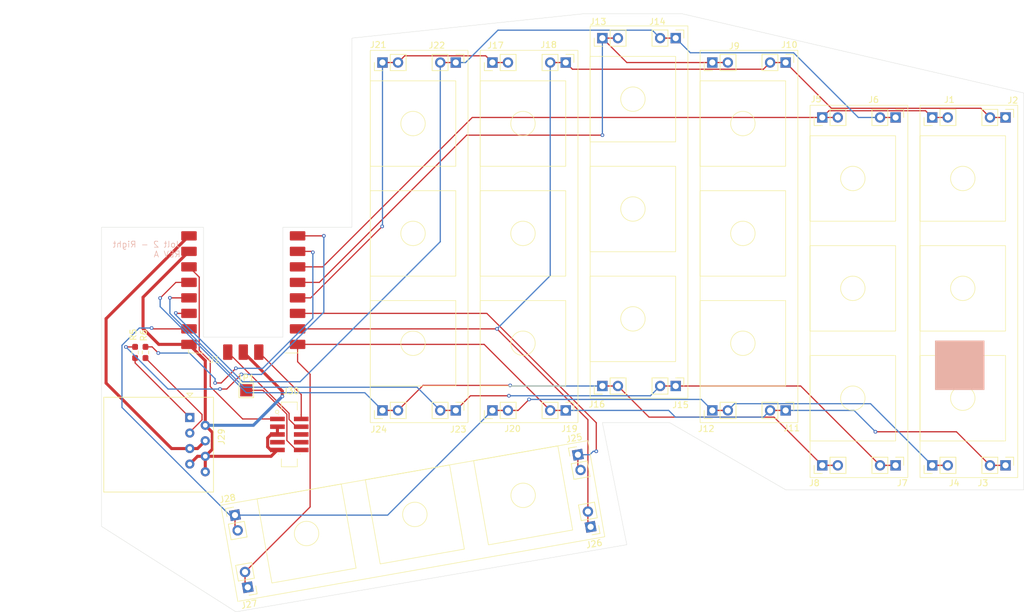
<source format=kicad_pcb>
(kicad_pcb (version 20240108) (generator "pcbnew") (generator_version "8.0")
  (layers (0 "F.Cu" signal) (31 "B.Cu" signal) (34 "B.Paste" user) (35 "F.Paste" user) (36 "B.SilkS" user "B.Silkscreen") (37 "F.SilkS" user "F.Silkscreen") (38 "B.Mask" user) (39 "F.Mask" user) (44 "Edge.Cuts" user))
  (net 0 "")
  (net 1 "/COL-A")
  (net 2 "/ROW-A")
  (net 3 "/ROW-B")
  (net 4 "/ROW-C")
  (net 5 "/ROW-D")
  (net 6 "/ROW-E")
  (net 7 "/ROW-F")
  (net 8 "/COL-B")
  (net 9 "/COL-C")
  (net 10 "/COL-D")
  (net 11 "SERRX")
  (net 12 "SERTX")
  (net 13 "RUN")
  (net 14 "VBUS")
  (net 15 "GND")
  (net 16 "+3.3V")
  (net 17 "Net-(R5-Pad1)")
  (net 18 "Net-(R6-Pad1)")
  (net 19 "SWDIO")
  (net 20 "SWCLK")
  (footprint "davidb-keyboard-foot:Pimoroni-Tiny2040" (layer "F.Cu") (at 37.21 113.29)
    (property "Reference" "U1" (at -4.8 11.4 0) (layer "F.SilkS") (effects (font (thickness 0.1))))
    (property "Value" "~")
    (pad "0" smd roundrect (at 8.89 -8.89) (size 2.54 1.524) (layers "F.Cu" "F.Paste" "F.Mask") (roundrect_rratio 0.1) (net 17 "Net-(R5-Pad1)"))
    (pad "1" smd roundrect (at 8.89 -6.35) (size 2.54 1.524) (layers "F.Cu" "F.Paste" "F.Mask") (roundrect_rratio 0.1) (net 18 "Net-(R6-Pad1)"))
    (pad "2" smd roundrect (at 8.89 -3.81) (size 2.54 1.524) (layers "F.Cu" "F.Paste" "F.Mask") (roundrect_rratio 0.1) (net 1 "/COL-A"))
    (pad "3" smd roundrect (at 8.89 -1.27) (size 2.54 1.524) (layers "F.Cu" "F.Paste" "F.Mask") (roundrect_rratio 0.1) (net 8 "/COL-B"))
    (pad "3V" smd roundrect (at -8.89 -3.81) (size 2.54 1.524) (layers "F.Cu" "F.Paste" "F.Mask") (roundrect_rratio 0.1) (net 16 "+3.3V"))
    (pad "4" smd roundrect (at 8.89 1.27) (size 2.54 1.524) (layers "F.Cu" "F.Paste" "F.Mask") (roundrect_rratio 0.1) (net 9 "/COL-C"))
    (pad "5" smd roundrect (at 8.89 3.81) (size 2.54 1.524) (layers "F.Cu" "F.Paste" "F.Mask") (roundrect_rratio 0.1) (net 10 "/COL-D"))
    (pad "5V" smd roundrect (at -8.89 -8.89) (size 2.54 1.524) (layers "F.Cu" "F.Paste" "F.Mask") (roundrect_rratio 0.1) (net 14 "VBUS"))
    (pad "6" smd roundrect (at 8.89 6.35) (size 2.54 1.524) (layers "F.Cu" "F.Paste" "F.Mask") (roundrect_rratio 0.1) (net 2 "/ROW-A"))
    (pad "7" smd roundrect (at 8.89 8.89) (size 2.54 1.524) (layers "F.Cu" "F.Paste" "F.Mask") (roundrect_rratio 0.1) (net 3 "/ROW-B"))
    (pad "A0" smd roundrect (at -8.89 6.35) (size 2.54 1.524) (layers "F.Cu" "F.Paste" "F.Mask") (roundrect_rratio 0.1) (net 4 "/ROW-C"))
    (pad "A1" smd roundrect (at -8.89 3.81) (size 2.54 1.524) (layers "F.Cu" "F.Paste" "F.Mask") (roundrect_rratio 0.1) (net 5 "/ROW-D"))
    (pad "A2" smd roundrect (at -8.89 1.27) (size 2.54 1.524) (layers "F.Cu" "F.Paste" "F.Mask") (roundrect_rratio 0.1) (net 6 "/ROW-E"))
    (pad "A3" smd roundrect (at -8.89 -1.27) (size 2.54 1.524) (layers "F.Cu" "F.Paste" "F.Mask") (roundrect_rratio 0.1) (net 7 "/ROW-F"))
    (pad "GND1" smd roundrect (at -8.89 -6.35) (size 2.54 1.524) (layers "F.Cu" "F.Paste" "F.Mask") (roundrect_rratio 0.1) (net 15 "GND"))
    (pad "GND2" smd roundrect (at -8.89 8.89) (size 2.54 1.524) (layers "F.Cu" "F.Paste" "F.Mask") (roundrect_rratio 0.1) (net 15 "GND"))
    (pad "GND3" smd roundrect (at 0 10.16 90) (size 2.54 1.524) (layers "F.Cu" "F.Paste" "F.Mask") (roundrect_rratio 0.1) (net 15 "GND"))
    (pad "SWC" smd roundrect (at -2.54 10.16 90) (size 2.54 1.524) (layers "F.Cu" "F.Paste" "F.Mask") (roundrect_rratio 0.1) (net 20 "SWCLK"))
    (pad "SWD" smd roundrect (at 2.54 10.16 90) (size 2.54 1.524) (layers "F.Cu" "F.Paste" "F.Mask") (roundrect_rratio 0.1) (net 19 "SWDIO"))
  )
  (footprint "Connector_PinHeader_2.54mm:PinHeader_1x02_P2.54mm_Vertical" (layer "F.Cu") (at 96 72 90)
    (property "Reference" "J13" (at 2.7 -0.7 180) (layer "F.SilkS"))
    (property "Value" "Conn_01x02_Pin")
    (pad "1" thru_hole rect (at 0 0 90) (size 1.7 1.7) (drill 1) (layers "*.Cu" "*.Mask") (net 8 "/COL-B"))
    (pad "2" thru_hole oval (at 0 2.54 90) (size 1.7 1.7) (drill 1) (layers "*.Cu" "*.Mask") (net 8 "/COL-B"))
  )
  (footprint "Connector_PinHeader_2.54mm:PinHeader_1x02_P2.54mm_Vertical" (layer "F.Cu") (at 78 133 90)
    (property "Reference" "J20" (at -3 3.3 180) (layer "F.SilkS"))
    (property "Value" "Conn_01x02_Pin")
    (pad "1" thru_hole rect (at 0 0 90) (size 1.7 1.7) (drill 1) (layers "*.Cu" "*.Mask") (net 4 "/ROW-C"))
    (pad "2" thru_hole oval (at 0 2.54 90) (size 1.7 1.7) (drill 1) (layers "*.Cu" "*.Mask") (net 4 "/ROW-C"))
  )
  (footprint "Connector_PinHeader_2.54mm:PinHeader_1x02_P2.54mm_Vertical" (layer "F.Cu") (at 126 76 -90)
    (property "Reference" "J10" (at -2.9 -0.6 180) (layer "F.SilkS"))
    (property "Value" "Conn_01x02_Pin")
    (pad "1" thru_hole rect (at 0 0 270) (size 1.7 1.7) (drill 1) (layers "*.Cu" "*.Mask") (net 2 "/ROW-A"))
    (pad "2" thru_hole oval (at 0 2.54 270) (size 1.7 1.7) (drill 1) (layers "*.Cu" "*.Mask") (net 2 "/ROW-A"))
  )
  (footprint "Connector_PinHeader_2.54mm:PinHeader_1x02_P2.54mm_Vertical" (layer "F.Cu") (at 91.987873 140.258309 10)
    (property "Reference" "J25" (at -0.135557 -2.779198 10) (layer "F.SilkS"))
    (property "Value" "Conn_01x02_Pin")
    (pad "1" thru_hole rect (at 0 0 10) (size 1.7 1.7) (drill 1) (layers "*.Cu" "*.Mask") (net 10 "/COL-D"))
    (pad "2" thru_hole oval (at 0.000001 2.54 10) (size 1.7 1.7) (drill 1) (layers "*.Cu" "*.Mask") (net 10 "/COL-D"))
  )
  (footprint "Resistor_SMD:R_0603_1608Metric_Pad0.98x0.95mm_HandSolder" (layer "F.Cu") (at 19.5 123.5 -90)
    (property "Reference" "R5" (at -2.9 0.3 90) (layer "F.SilkS"))
    (property "Value" "27")
    (pad "1" smd roundrect (at -0.9125 0 270) (size 0.975 0.95) (layers "F.Cu" "F.Paste" "F.Mask") (net 17 "Net-(R5-Pad1)"))
    (pad "2" smd roundrect (at 0.9125 0 270) (size 0.975 0.95) (layers "F.Cu" "F.Paste" "F.Mask") (net 12 "SERTX"))
  )
  (footprint "Connector_PinHeader_2.54mm:PinHeader_1x02_P2.54mm_Vertical" (layer "F.Cu") (at 132 85 90)
    (property "Reference" "J5" (at 3 -1 180) (layer "F.SilkS"))
    (property "Value" "Conn_01x02_Pin")
    (pad "1" thru_hole rect (at 0 0 90) (size 1.7 1.7) (drill 1) (layers "*.Cu" "*.Mask") (net 1 "/COL-A"))
    (pad "2" thru_hole oval (at 0 2.54 90) (size 1.7 1.7) (drill 1) (layers "*.Cu" "*.Mask") (net 1 "/COL-A"))
  )
  (footprint "Connector_RJ:RJ45_Amphenol_54602-x08_Horizontal" (layer "F.Cu") (at 28.45 134.17 -90)
    (property "Reference" "J29" (at 3.145 -5.2 90) (layer "F.SilkS"))
    (property "Value" "RJ45")
    (pad "" np_thru_hole circle (at -1.27 6.35 270) (size 3.2 3.2) (drill 3.2) (layers "*.Cu" "*.Mask"))
    (pad "" np_thru_hole circle (at 10.16 6.35 270) (size 3.2 3.2) (drill 3.2) (layers "*.Cu" "*.Mask"))
    (pad "1" thru_hole rect (at 0 0 270) (size 1.5 1.5) (drill 0.76) (layers "*.Cu" "*.Mask") (net 12 "SERTX"))
    (pad "2" thru_hole circle (at 1.27 -2.54 270) (size 1.5 1.5) (drill 0.76) (layers "*.Cu" "*.Mask") (net 15 "GND"))
    (pad "3" thru_hole circle (at 2.54 0 270) (size 1.5 1.5) (drill 0.76) (layers "*.Cu" "*.Mask") (net 11 "SERRX"))
    (pad "4" thru_hole circle (at 3.81 -2.54 270) (size 1.5 1.5) (drill 0.76) (layers "*.Cu" "*.Mask") (net 14 "VBUS"))
    (pad "5" thru_hole circle (at 5.08 0 270) (size 1.5 1.5) (drill 0.76) (layers "*.Cu" "*.Mask") (net 14 "VBUS"))
    (pad "6" thru_hole circle (at 6.35 -2.54 270) (size 1.5 1.5) (drill 0.76) (layers "*.Cu" "*.Mask") (net 15 "GND"))
    (pad "7" thru_hole circle (at 7.62 0 270) (size 1.5 1.5) (drill 0.76) (layers "*.Cu" "*.Mask") (net 15 "GND"))
    (pad "8" thru_hole circle (at 8.89 -2.54 270) (size 1.5 1.5) (drill 0.76) (layers "*.Cu" "*.Mask") (net 15 "GND"))
  )
  (footprint "Connector_PinHeader_2.54mm:PinHeader_1x02_P2.54mm_Vertical" (layer "F.Cu") (at 114 133 90)
    (property "Reference" "J12" (at -3 -1 180) (layer "F.SilkS"))
    (property "Value" "Conn_01x02_Pin")
    (pad "1" thru_hole rect (at 0 0 90) (size 1.7 1.7) (drill 1) (layers "*.Cu" "*.Mask") (net 4 "/ROW-C"))
    (pad "2" thru_hole oval (at 0 2.54 90) (size 1.7 1.7) (drill 1) (layers "*.Cu" "*.Mask") (net 4 "/ROW-C"))
  )
  (footprint "Connector_PinHeader_2.54mm:PinHeader_1x02_P2.54mm_Vertical" (layer "F.Cu") (at 162 85 -90)
    (property "Reference" "J2" (at -2.8 -1.2 180) (layer "F.SilkS"))
    (property "Value" "Conn_01x02_Pin")
    (pad "1" thru_hole rect (at 0 0 270) (size 1.7 1.7) (drill 1) (layers "*.Cu" "*.Mask") (net 2 "/ROW-A"))
    (pad "2" thru_hole oval (at 0 2.54 270) (size 1.7 1.7) (drill 1) (layers "*.Cu" "*.Mask") (net 2 "/ROW-A"))
  )
  (footprint "Connector_PinHeader_2.54mm:PinHeader_1x02_P2.54mm_Vertical" (layer "F.Cu") (at 114 76 90)
    (property "Reference" "J9" (at 2.7 3.6 180) (layer "F.SilkS"))
    (property "Value" "Conn_01x02_Pin")
    (pad "1" thru_hole rect (at 0 0 90) (size 1.7 1.7) (drill 1) (layers "*.Cu" "*.Mask") (net 8 "/COL-B"))
    (pad "2" thru_hole oval (at 0 2.54 90) (size 1.7 1.7) (drill 1) (layers "*.Cu" "*.Mask") (net 8 "/COL-B"))
  )
  (footprint "Connector_PinHeader_2.54mm:PinHeader_1x02_P2.54mm_Vertical" (layer "F.Cu") (at 60 76 90)
    (property "Reference" "J21" (at 2.9 -0.7 180) (layer "F.SilkS"))
    (property "Value" "Conn_01x02_Pin")
    (pad "1" thru_hole rect (at 0 0 90) (size 1.7 1.7) (drill 1) (layers "*.Cu" "*.Mask") (net 9 "/COL-C"))
    (pad "2" thru_hole oval (at 0 2.54 90) (size 1.7 1.7) (drill 1) (layers "*.Cu" "*.Mask") (net 9 "/COL-C"))
  )
  (footprint "Connector_PinHeader_2.54mm:PinHeader_1x02_P2.54mm_Vertical" (layer "F.Cu") (at 90 76 -90)
    (property "Reference" "J18" (at -2.9 2.8 180) (layer "F.SilkS"))
    (property "Value" "Conn_01x02_Pin")
    (pad "1" thru_hole rect (at 0 0 270) (size 1.7 1.7) (drill 1) (layers "*.Cu" "*.Mask") (net 2 "/ROW-A"))
    (pad "2" thru_hole oval (at 0 2.54 270) (size 1.7 1.7) (drill 1) (layers "*.Cu" "*.Mask") (net 2 "/ROW-A"))
  )
  (footprint "TestPoint:TestPoint_Pad_2.0x2.0mm" (layer "F.Cu") (at 37.7 129.7)
    (property "Reference" "TP1" (at 0 -1.998 0) (layer "F.SilkS"))
    (property "Value" "Reset")
    (pad "1" smd rect (at 0 0) (size 2 2) (layers "F.Cu" "F.Mask") (net 13 "RUN"))
  )
  (footprint "davidb-keyboard-foot:Cortex-M-Debug10" (layer "F.Cu") (at 44.75 136.94)
    (property "Reference" "J30" (at 0.3 -7.1 0) (layer "F.SilkS"))
    (property "Value" "Conn_ARM_JTAG_SWD_10")
    (pad "1" smd rect (at -1.95 -2.54) (size 2.4 0.74) (layers "F.Cu" "F.Paste" "F.Mask") (net 16 "+3.3V"))
    (pad "2" smd rect (at 1.95 -2.54) (size 2.4 0.74) (layers "F.Cu" "F.Paste" "F.Mask") (net 19 "SWDIO"))
    (pad "3" smd rect (at -1.95 -1.27) (size 2.4 0.74) (layers "F.Cu" "F.Paste" "F.Mask") (net 15 "GND"))
    (pad "4" smd rect (at 1.95 -1.27) (size 2.4 0.74) (layers "F.Cu" "F.Paste" "F.Mask") (net 20 "SWCLK"))
    (pad "5" smd rect (at -1.95 0) (size 2.4 0.74) (layers "F.Cu" "F.Paste" "F.Mask") (net 15 "GND"))
    (pad "6" smd rect (at 1.95 0) (size 2.4 0.74) (layers "F.Cu" "F.Paste" "F.Mask"))
    (pad "7" smd rect (at -1.95 1.27) (size 2.4 0.74) (layers "F.Cu" "F.Paste" "F.Mask"))
    (pad "8" smd rect (at 1.95 1.27) (size 2.4 0.74) (layers "F.Cu" "F.Paste" "F.Mask"))
    (pad "9" smd rect (at -1.95 2.54) (size 2.4 0.74) (layers "F.Cu" "F.Paste" "F.Mask") (net 15 "GND"))
    (pad "10" smd rect (at 1.95 2.54) (size 2.4 0.74) (layers "F.Cu" "F.Paste" "F.Mask") (net 13 "RUN"))
  )
  (footprint "Connector_PinHeader_2.54mm:PinHeader_1x02_P2.54mm_Vertical" (layer "F.Cu") (at 108 129 -90)
    (property "Reference" "J15" (at 3.1 -0.8 180) (layer "F.SilkS"))
    (property "Value" "Conn_01x02_Pin")
    (pad "1" thru_hole rect (at 0 0 270) (size 1.7 1.7) (drill 1) (layers "*.Cu" "*.Mask") (net 6 "/ROW-E"))
    (pad "2" thru_hole oval (at 0 2.54 270) (size 1.7 1.7) (drill 1) (layers "*.Cu" "*.Mask") (net 6 "/ROW-E"))
  )
  (footprint "Connector_PinHeader_2.54mm:PinHeader_1x02_P2.54mm_Vertical" (layer "F.Cu") (at 37.937646 161.973991 -170)
    (property "Reference" "J27" (at 0.249661 -2.805717 10) (layer "F.SilkS"))
    (property "Value" "Conn_01x02_Pin")
    (pad "1" thru_hole rect (at 0 0 190) (size 1.7 1.7) (drill 1) (layers "*.Cu" "*.Mask") (net 3 "/ROW-B"))
    (pad "2" thru_hole oval (at 0.000001 2.54 190) (size 1.7 1.7) (drill 1) (layers "*.Cu" "*.Mask") (net 3 "/ROW-B"))
  )
  (footprint "Connector_PinHeader_2.54mm:PinHeader_1x02_P2.54mm_Vertical" (layer "F.Cu") (at 94.071633 152.076016 -170)
    (property "Reference" "J26" (at -0.091546 -2.84918 10) (layer "F.SilkS"))
    (property "Value" "Conn_01x02_Pin")
    (pad "1" thru_hole rect (at 0 0 190) (size 1.7 1.7) (drill 1) (layers "*.Cu" "*.Mask") (net 2 "/ROW-A"))
    (pad "2" thru_hole oval (at 0.000001 2.54 190) (size 1.7 1.7) (drill 1) (layers "*.Cu" "*.Mask") (net 2 "/ROW-A"))
  )
  (footprint "Connector_PinHeader_2.54mm:PinHeader_1x02_P2.54mm_Vertical" (layer "F.Cu") (at 78 76 90)
    (property "Reference" "J17" (at 2.8 0.5 180) (layer "F.SilkS"))
    (property "Value" "Conn_01x02_Pin")
    (pad "1" thru_hole rect (at 0 0 90) (size 1.7 1.7) (drill 1) (layers "*.Cu" "*.Mask") (net 9 "/COL-C"))
    (pad "2" thru_hole oval (at 0 2.54 90) (size 1.7 1.7) (drill 1) (layers "*.Cu" "*.Mask") (net 9 "/COL-C"))
  )
  (footprint "Connector_PinHeader_2.54mm:PinHeader_1x02_P2.54mm_Vertical" (layer "F.Cu") (at 144 142 -90)
    (property "Reference" "J7" (at 2.9 -1.1 180) (layer "F.SilkS"))
    (property "Value" "Conn_01x02_Pin")
    (pad "1" thru_hole rect (at 0 0 270) (size 1.7 1.7) (drill 1) (layers "*.Cu" "*.Mask") (net 6 "/ROW-E"))
    (pad "2" thru_hole oval (at 0 2.54 270) (size 1.7 1.7) (drill 1) (layers "*.Cu" "*.Mask") (net 6 "/ROW-E"))
  )
  (footprint "Connector_PinHeader_2.54mm:PinHeader_1x02_P2.54mm_Vertical" (layer "F.Cu") (at 72 76 -90)
    (property "Reference" "J22" (at -2.8 3.1 180) (layer "F.SilkS"))
    (property "Value" "Conn_01x02_Pin")
    (pad "1" thru_hole rect (at 0 0 270) (size 1.7 1.7) (drill 1) (layers "*.Cu" "*.Mask") (net 5 "/ROW-D"))
    (pad "2" thru_hole oval (at 0 2.54 270) (size 1.7 1.7) (drill 1) (layers "*.Cu" "*.Mask") (net 5 "/ROW-D"))
  )
  (footprint "Connector_PinHeader_2.54mm:PinHeader_1x02_P2.54mm_Vertical" (layer "F.Cu") (at 126 133 -90)
    (property "Reference" "J11" (at 2.9 -1 180) (layer "F.SilkS"))
    (property "Value" "Conn_01x02_Pin")
    (pad "1" thru_hole rect (at 0 0 270) (size 1.7 1.7) (drill 1) (layers "*.Cu" "*.Mask") (net 3 "/ROW-B"))
    (pad "2" thru_hole oval (at 0 2.54 270) (size 1.7 1.7) (drill 1) (layers "*.Cu" "*.Mask") (net 3 "/ROW-B"))
  )
  (footprint "Resistor_SMD:R_0603_1608Metric_Pad0.98x0.95mm_HandSolder" (layer "F.Cu") (at 21.2 123.5 -90)
    (property "Reference" "R6" (at -2.8 0.3 90) (layer "F.SilkS"))
    (property "Value" "27")
    (pad "1" smd roundrect (at -0.9125 0 270) (size 0.975 0.95) (layers "F.Cu" "F.Paste" "F.Mask") (net 18 "Net-(R6-Pad1)"))
    (pad "2" smd roundrect (at 0.9125 0 270) (size 0.975 0.95) (layers "F.Cu" "F.Paste" "F.Mask") (net 11 "SERRX"))
  )
  (footprint "Connector_PinHeader_2.54mm:PinHeader_1x02_P2.54mm_Vertical" (layer "F.Cu") (at 144 85 -90)
    (property "Reference" "J6" (at -2.9 3.6 180) (layer "F.SilkS"))
    (property "Value" "Conn_01x02_Pin")
    (pad "1" thru_hole rect (at 0 0 270) (size 1.7 1.7) (drill 1) (layers "*.Cu" "*.Mask") (net 5 "/ROW-D"))
    (pad "2" thru_hole oval (at 0 2.54 270) (size 1.7 1.7) (drill 1) (layers "*.Cu" "*.Mask") (net 5 "/ROW-D"))
  )
  (footprint "Connector_PinHeader_2.54mm:PinHeader_1x02_P2.54mm_Vertical" (layer "F.Cu") (at 60 133 90)
    (property "Reference" "J24" (at -3.1 -0.6 180) (layer "F.SilkS"))
    (property "Value" "Conn_01x02_Pin")
    (pad "1" thru_hole rect (at 0 0 90) (size 1.7 1.7) (drill 1) (layers "*.Cu" "*.Mask") (net 7 "/ROW-F"))
    (pad "2" thru_hole oval (at 0 2.54 90) (size 1.7 1.7) (drill 1) (layers "*.Cu" "*.Mask") (net 7 "/ROW-F"))
  )
  (footprint "Connector_PinHeader_2.54mm:PinHeader_1x02_P2.54mm_Vertical" (layer "F.Cu") (at 162 142 -90)
    (property "Reference" "J3" (at 2.9 3.7 180) (layer "F.SilkS"))
    (property "Value" "Conn_01x02_Pin")
    (pad "1" thru_hole rect (at 0 0 270) (size 1.7 1.7) (drill 1) (layers "*.Cu" "*.Mask") (net 3 "/ROW-B"))
    (pad "2" thru_hole oval (at 0 2.54 270) (size 1.7 1.7) (drill 1) (layers "*.Cu" "*.Mask") (net 3 "/ROW-B"))
  )
  (footprint "Connector_PinHeader_2.54mm:PinHeader_1x02_P2.54mm_Vertical" (layer "F.Cu") (at 150 85 90)
    (property "Reference" "J1" (at 2.9 2.8 180) (layer "F.SilkS"))
    (property "Value" "Conn_01x02_Pin")
    (pad "1" thru_hole rect (at 0 0 90) (size 1.7 1.7) (drill 1) (layers "*.Cu" "*.Mask") (net 1 "/COL-A"))
    (pad "2" thru_hole oval (at 0 2.54 90) (size 1.7 1.7) (drill 1) (layers "*.Cu" "*.Mask") (net 1 "/COL-A"))
  )
  (footprint "Connector_PinHeader_2.54mm:PinHeader_1x02_P2.54mm_Vertical" (layer "F.Cu") (at 90 133 -90)
    (property "Reference" "J19" (at 3 -0.6 180) (layer "F.SilkS"))
    (property "Value" "Conn_01x02_Pin")
    (pad "1" thru_hole rect (at 0 0 270) (size 1.7 1.7) (drill 1) (layers "*.Cu" "*.Mask") (net 3 "/ROW-B"))
    (pad "2" thru_hole oval (at 0 2.54 270) (size 1.7 1.7) (drill 1) (layers "*.Cu" "*.Mask") (net 3 "/ROW-B"))
  )
  (footprint "Connector_PinHeader_2.54mm:PinHeader_1x02_P2.54mm_Vertical" (layer "F.Cu") (at 96 129 90)
    (property "Reference" "J16" (at -3 -0.9 180) (layer "F.SilkS"))
    (property "Value" "Conn_01x02_Pin")
    (pad "1" thru_hole rect (at 0 0 90) (size 1.7 1.7) (drill 1) (layers "*.Cu" "*.Mask") (net 7 "/ROW-F"))
    (pad "2" thru_hole oval (at 0 2.54 90) (size 1.7 1.7) (drill 1) (layers "*.Cu" "*.Mask") (net 7 "/ROW-F"))
  )
  (footprint "Connector_PinHeader_2.54mm:PinHeader_1x02_P2.54mm_Vertical" (layer "F.Cu") (at 150 142 90)
    (property "Reference" "J4" (at -2.9 3.6 180) (layer "F.SilkS"))
    (property "Value" "Conn_01x02_Pin")
    (pad "1" thru_hole rect (at 0 0 90) (size 1.7 1.7) (drill 1) (layers "*.Cu" "*.Mask") (net 4 "/ROW-C"))
    (pad "2" thru_hole oval (at 0 2.54 90) (size 1.7 1.7) (drill 1) (layers "*.Cu" "*.Mask") (net 4 "/ROW-C"))
  )
  (footprint "Connector_PinHeader_2.54mm:PinHeader_1x02_P2.54mm_Vertical" (layer "F.Cu") (at 72 133 -90)
    (property "Reference" "J23" (at 3.1 -0.4 180) (layer "F.SilkS"))
    (property "Value" "Conn_01x02_Pin")
    (pad "1" thru_hole rect (at 0 0 270) (size 1.7 1.7) (drill 1) (layers "*.Cu" "*.Mask") (net 6 "/ROW-E"))
    (pad "2" thru_hole oval (at 0 2.54 270) (size 1.7 1.7) (drill 1) (layers "*.Cu" "*.Mask") (net 6 "/ROW-E"))
  )
  (footprint "Connector_PinHeader_2.54mm:PinHeader_1x02_P2.54mm_Vertical" (layer "F.Cu") (at 132 142 90)
    (property "Reference" "J8" (at -2.9 -1.3 180) (layer "F.SilkS"))
    (property "Value" "Conn_01x02_Pin")
    (pad "1" thru_hole rect (at 0 0 90) (size 1.7 1.7) (drill 1) (layers "*.Cu" "*.Mask") (net 7 "/ROW-F"))
    (pad "2" thru_hole oval (at 0 2.54 90) (size 1.7 1.7) (drill 1) (layers "*.Cu" "*.Mask") (net 7 "/ROW-F"))
  )
  (footprint "Connector_PinHeader_2.54mm:PinHeader_1x02_P2.54mm_Vertical" (layer "F.Cu") (at 35.853886 150.156284 10)
    (property "Reference" "J28" (at -0.728003 -2.879904 10) (layer "F.SilkS"))
    (property "Value" "Conn_01x02_Pin")
    (pad "1" thru_hole rect (at 0 0 10) (size 1.7 1.7) (drill 1) (layers "*.Cu" "*.Mask") (net 4 "/ROW-C"))
    (pad "2" thru_hole oval (at 0.000001 2.54 10) (size 1.7 1.7) (drill 1) (layers "*.Cu" "*.Mask") (net 4 "/ROW-C"))
  )
  (footprint "Connector_PinHeader_2.54mm:PinHeader_1x02_P2.54mm_Vertical" (layer "F.Cu") (at 108 72 -90)
    (property "Reference" "J14" (at -2.7 3 180) (layer "F.SilkS"))
    (property "Value" "Conn_01x02_Pin")
    (pad "1" thru_hole rect (at 0 0 270) (size 1.7 1.7) (drill 1) (layers "*.Cu" "*.Mask") (net 5 "/ROW-D"))
    (pad "2" thru_hole oval (at 0 2.54 270) (size 1.7 1.7) (drill 1) (layers "*.Cu" "*.Mask") (net 5 "/ROW-D"))
  )
  (gr_rect (start 150.5 121.6) (end 158.5 129.6) (stroke (width 0.1)) (fill solid) (layer "B.SilkS"))
  (gr_circle (center 65 86) (end 67 86) (stroke (width 0.1)) (fill none) (layer "F.SilkS"))
  (gr_rect (start 94 111) (end 108 125) (stroke (width 0.1)) (fill none) (layer "F.SilkS"))
  (gr_rect (start 76 115) (end 90 129) (stroke (width 0.1)) (fill none) (layer "F.SilkS"))
  (gr_circle (center 101 82) (end 103 82) (stroke (width 0.1)) (fill none) (layer "F.SilkS"))
  (gr_rect (start 148 88) (end 162 102) (stroke (width 0.1)) (fill none) (layer "F.SilkS"))
  (gr_rect (start 130 106) (end 144 120) (stroke (width 0.1)) (fill none) (layer "F.SilkS"))
  (gr_rect (start 58 97) (end 72 111) (stroke (width 0.1)) (fill none) (layer "F.SilkS"))
  (gr_rect (start 112 115) (end 126 129) (stroke (width 0.1)) (fill none) (layer "F.SilkS"))
  (gr_circle (center 155 95) (end 157 95) (stroke (width 0.1)) (fill none) (layer "F.SilkS"))
  (gr_poly (pts (xy 33.536919 148.533952) (xy 93.610192 137.941412) (xy 96.388563 153.698336) (xy 36.31529 164.290876)) (stroke (width 0.1)) (fill none) (layer "F.SilkS"))
  (gr_circle (center 119 122) (end 121 122) (stroke (width 0.1)) (fill none) (layer "F.SilkS"))
  (gr_rect (start 58 74) (end 74 135) (stroke (width 0.1)) (fill none) (layer "F.SilkS"))
  (gr_rect (start 76 74) (end 92 135) (stroke (width 0.1)) (fill none) (layer "F.SilkS"))
  (gr_rect (start 112 97) (end 126 111) (stroke (width 0.1)) (fill none) (layer "F.SilkS"))
  (gr_rect (start 94 93) (end 108 107) (stroke (width 0.1)) (fill none) (layer "F.SilkS"))
  (gr_circle (center 65 104) (end 67 104) (stroke (width 0.1)) (fill none) (layer "F.SilkS"))
  (gr_rect (start 76 97) (end 90 111) (stroke (width 0.1)) (fill none) (layer "F.SilkS"))
  (gr_rect (start 130 124) (end 144 138) (stroke (width 0.1)) (fill none) (layer "F.SilkS"))
  (gr_circle (center 101 118) (end 103 118) (stroke (width 0.1)) (fill none) (layer "F.SilkS"))
  (gr_rect (start 112 79) (end 126 93) (stroke (width 0.1)) (fill none) (layer "F.SilkS"))
  (gr_circle (center 137 131) (end 139 131) (stroke (width 0.1)) (fill none) (layer "F.SilkS"))
  (gr_poly (pts (xy 70.978116 141.932058) (xy 57.190808 144.363132) (xy 59.621882 158.150441) (xy 73.409191 155.719366)) (stroke (width 0.1)) (fill none) (layer "F.SilkS"))
  (gr_circle (center 83 122) (end 85 122) (stroke (width 0.1)) (fill none) (layer "F.SilkS"))
  (gr_circle (center 47.57346 153.166917) (end 47.920756 155.136532) (stroke (width 0.1)) (fill none) (layer "F.SilkS"))
  (gr_circle (center 65 122) (end 67 122) (stroke (width 0.1)) (fill none) (layer "F.SilkS"))
  (gr_circle (center 83.026539 146.915582) (end 83.373836 148.885198) (stroke (width 0.1)) (fill none) (layer "F.SilkS"))
  (gr_poly (pts (xy 88.704656 138.806391) (xy 74.917347 141.237466) (xy 77.348422 155.024774) (xy 91.13573 152.5937)) (stroke (width 0.1)) (fill none) (layer "F.SilkS"))
  (gr_circle (center 119 86) (end 121 86) (stroke (width 0.1)) (fill none) (layer "F.SilkS"))
  (gr_circle (center 83 86) (end 85 86) (stroke (width 0.1)) (fill none) (layer "F.SilkS"))
  (gr_rect (start 148 83) (end 164 144) (stroke (width 0.1)) (fill none) (layer "F.SilkS"))
  (gr_rect (start 94 75) (end 108 89) (stroke (width 0.1)) (fill none) (layer "F.SilkS"))
  (gr_circle (center 137 95) (end 139 95) (stroke (width 0.1)) (fill none) (layer "F.SilkS"))
  (gr_circle (center 101 100) (end 103 100) (stroke (width 0.1)) (fill none) (layer "F.SilkS"))
  (gr_rect (start 148 124) (end 162 138) (stroke (width 0.1)) (fill none) (layer "F.SilkS"))
  (gr_circle (center 83 104) (end 85 104) (stroke (width 0.1)) (fill none) (layer "F.SilkS"))
  (gr_rect (start 94 70) (end 110 131) (stroke (width 0.1)) (fill none) (layer "F.SilkS"))
  (gr_rect (start 130 83) (end 146 144) (stroke (width 0.1)) (fill none) (layer "F.SilkS"))
  (gr_circle (center 155 131) (end 157 131) (stroke (width 0.1)) (fill none) (layer "F.SilkS"))
  (gr_rect (start 148 106) (end 162 120) (stroke (width 0.1)) (fill none) (layer "F.SilkS"))
  (gr_circle (center 65.3 150.041249) (end 65.647295 152.010865) (stroke (width 0.1)) (fill none) (layer "F.SilkS"))
  (gr_rect (start 112 74) (end 128 135) (stroke (width 0.1)) (fill none) (layer "F.SilkS"))
  (gr_rect (start 130 88) (end 144 102) (stroke (width 0.1)) (fill none) (layer "F.SilkS"))
  (gr_circle (center 155 113) (end 157 113) (stroke (width 0.1)) (fill none) (layer "F.SilkS"))
  (gr_rect (start 58 115) (end 72 129) (stroke (width 0.1)) (fill none) (layer "F.SilkS"))
  (gr_poly (pts (xy 53.251577 145.057725) (xy 39.464268 147.4888) (xy 41.895343 161.276108) (xy 55.682651 158.845034)) (stroke (width 0.1)) (fill none) (layer "F.SilkS"))
  (gr_rect (start 76 79) (end 90 93) (stroke (width 0.1)) (fill none) (layer "F.SilkS"))
  (gr_rect (start 58 79) (end 72 93) (stroke (width 0.1)) (fill none) (layer "F.SilkS"))
  (gr_circle (center 119 104) (end 121 104) (stroke (width 0.1)) (fill none) (layer "F.SilkS"))
  (gr_circle (center 137 113) (end 139 113) (stroke (width 0.1)) (fill none) (layer "F.SilkS"))
  (gr_poly (pts (xy 14 103) (xy 30.7 103) (xy 30.7 121) (xy 43.7 121) (xy 43.7 103) (xy 55 103) (xy 55 72) (xy 93 68) (xy 109 68) (xy 165 81) (xy 165 146) (xy 126 146) (xy 107 135) (xy 96 135) (xy 100 155) (xy 36 166) (xy 14 152)) (stroke (width 0.05)) (fill none) (layer "Edge.Cuts"))
  (gr_text "Jolt 2 - Right\nREV A" (at 27 108 0) (layer "B.SilkS") (effects (font (size 1 1) (thickness 0.1)) (justify left bottom mirror)))
  (segment (start 132 85) (end 133.1 83.9) (width 0.2) (layer "F.Cu") (net 1))
  (segment (start 133.1 83.9) (end 148.9 83.9) (width 0.2) (layer "F.Cu") (net 1))
  (segment (start 150 85) (end 152.54 85) (width 0.2) (layer "F.Cu") (net 1))
  (segment (start 50.22 109.48) (end 74.7 85) (width 0.2) (layer "F.Cu") (net 1))
  (segment (start 74.7 85) (end 132 85) (width 0.2) (layer "F.Cu") (net 1))
  (segment (start 148.9 83.9) (end 150 85) (width 0.2) (layer "F.Cu") (net 1))
  (segment (start 46.1 109.48) (end 50.22 109.48) (width 0.2) (layer "F.Cu") (net 1))
  (segment (start 132 85) (end 134.54 85) (width 0.2) (layer "F.Cu") (net 1))
  (segment (start 159.46 85) (end 162 85) (width 0.2) (layer "F.Cu") (net 2))
  (segment (start 87.46 76) (end 90 76) (width 0.2) (layer "F.Cu") (net 2))
  (segment (start 93.630566 149.574604) (end 93.630566 134.525539) (width 0.2) (layer "F.Cu") (net 2))
  (segment (start 122.36 77.1) (end 123.46 76) (width 0.2) (layer "F.Cu") (net 2))
  (segment (start 78.745021 119.64) (end 78.745024 119.639997) (width 0.2) (layer "F.Cu") (net 2))
  (segment (start 90 76) (end 91.1 77.1) (width 0.2) (layer "F.Cu") (net 2))
  (segment (start 93.630566 134.525539) (end 78.745024 119.639997) (width 0.2) (layer "F.Cu") (net 2))
  (segment (start 46.1 119.64) (end 78.745021 119.64) (width 0.2) (layer "F.Cu") (net 2))
  (segment (start 157.96 83.5) (end 159.46 85) (width 0.2) (layer "F.Cu") (net 2))
  (segment (start 126 76) (end 133.5 83.5) (width 0.2) (layer "F.Cu") (net 2))
  (segment (start 93.630566 151.634949) (end 94.071633 152.076016) (width 0.2) (layer "F.Cu") (net 2))
  (segment (start 123.46 76) (end 126 76) (width 0.2) (layer "F.Cu") (net 2))
  (segment (start 91.1 77.1) (end 122.36 77.1) (width 0.2) (layer "F.Cu") (net 2))
  (segment (start 133.5 83.5) (end 157.96 83.5) (width 0.2) (layer "F.Cu") (net 2))
  (segment (start 93.630566 149.574604) (end 93.630566 151.634949) (width 0.2) (layer "F.Cu") (net 2))
  (via (at 78.745024 119.639997) (size 0.6) (drill 0.3) (layers "F.Cu" "B.Cu") (net 2))
  (segment (start 87.46 110.925021) (end 87.46 76) (width 0.2) (layer "B.Cu") (net 2))
  (segment (start 78.745024 119.639997) (end 87.46 110.925021) (width 0.2) (layer "B.Cu") (net 2))
  (segment (start 140.7 136.5) (end 153.96 136.5) (width 0.2) (layer "F.Cu") (net 3))
  (segment (start 123.46 133) (end 126 133) (width 0.2) (layer "F.Cu") (net 3))
  (segment (start 46.1 122.18) (end 76.64 122.18) (width 0.2) (layer "F.Cu") (net 3))
  (segment (start 37.496579 159.472579) (end 37.496579 161.532924) (width 0.2) (layer "F.Cu") (net 3))
  (segment (start 46.1 122.18) (end 46.1 125.019239) (width 0.2) (layer "F.Cu") (net 3))
  (segment (start 48.15 127.069239) (end 48.15 148.819158) (width 0.2) (layer "F.Cu") (net 3))
  (segment (start 76.64 122.18) (end 87.46 133) (width 0.2) (layer "F.Cu") (net 3))
  (segment (start 87.46 133) (end 90 133) (width 0.2) (layer "F.Cu") (net 3))
  (segment (start 48.15 148.819158) (end 37.496579 159.472579) (width 0.2) (layer "F.Cu") (net 3))
  (segment (start 159.46 142) (end 162 142) (width 0.2) (layer "F.Cu") (net 3))
  (segment (start 37.496579 161.532924) (end 37.937646 161.973991) (width 0.2) (layer "F.Cu") (net 3))
  (segment (start 46.1 125.019239) (end 48.15 127.069239) (width 0.2) (layer "F.Cu") (net 3))
  (segment (start 153.96 136.5) (end 159.46 142) (width 0.2) (layer "F.Cu") (net 3))
  (via (at 140.7 136.5) (size 0.6) (drill 0.3) (layers "F.Cu" "B.Cu") (net 3))
  (segment (start 126 133) (end 137.2 133) (width 0.2) (layer "B.Cu") (net 3))
  (segment (start 137.2 133) (end 140.7 136.5) (width 0.2) (layer "B.Cu") (net 3))
  (segment (start 90 133) (end 106.852065 133) (width 0.2) (layer "B.Cu") (net 3))
  (segment (start 107.952065 134.1) (end 122.36 134.1) (width 0.2) (layer "B.Cu") (net 3))
  (segment (start 122.36 134.1) (end 123.46 133) (width 0.2) (layer "B.Cu") (net 3))
  (segment (start 106.852065 133) (end 107.952065 134.1) (width 0.2) (layer "B.Cu") (net 3))
  (segment (start 82.2 133) (end 84 131.2) (width 0.2) (layer "F.Cu") (net 4))
  (segment (start 22.34 119.64) (end 22.2 119.5) (width 0.2) (layer "F.Cu") (net 4))
  (segment (start 78 133) (end 80.54 133) (width 0.2) (layer "F.Cu") (net 4))
  (segment (start 114 133) (end 116.54 133) (width 0.2) (layer "F.Cu") (net 4))
  (segment (start 28.32 119.64) (end 22.34 119.64) (width 0.2) (layer "F.Cu") (net 4))
  (segment (start 35.853886 152.216629) (end 36.294953 152.657696) (width 0.2) (layer "F.Cu") (net 4))
  (segment (start 35.853886 150.156284) (end 35.853886 152.216629) (width 0.2) (layer "F.Cu") (net 4))
  (segment (start 150 142) (end 152.54 142) (width 0.2) (layer "F.Cu") (net 4))
  (segment (start 80.54 133) (end 82.2 133) (width 0.2) (layer "F.Cu") (net 4))
  (via (at 22.2 119.5) (size 0.6) (drill 0.3) (layers "F.Cu" "B.Cu") (net 4))
  (via (at 84 131.2) (size 0.6) (drill 0.3) (layers "F.Cu" "B.Cu") (net 4))
  (segment (start 117.64 131.9) (end 139.9 131.9) (width 0.2) (layer "B.Cu") (net 4))
  (segment (start 20.180761 119.5) (end 22.2 119.5) (width 0.2) (layer "B.Cu") (net 4))
  (segment (start 17.35 132.515511) (end 17.35 122.330761) (width 0.2) (layer "B.Cu") (net 4))
  (segment (start 35.853886 150.156284) (end 34.990773 150.156284) (width 0.2) (layer "B.Cu") (net 4))
  (segment (start 116.54 133) (end 117.64 131.9) (width 0.2) (layer "B.Cu") (net 4))
  (segment (start 60.843716 150.156284) (end 35.853886 150.156284) (width 0.2) (layer "B.Cu") (net 4))
  (segment (start 34.990773 150.156284) (end 17.35 132.515511) (width 0.2) (layer "B.Cu") (net 4))
  (segment (start 17.35 122.330761) (end 20.180761 119.5) (width 0.2) (layer "B.Cu") (net 4))
  (segment (start 78 133) (end 60.843716 150.156284) (width 0.2) (layer "B.Cu") (net 4))
  (segment (start 112.2 131.2) (end 114 133) (width 0.2) (layer "B.Cu") (net 4))
  (segment (start 84 131.2) (end 112.2 131.2) (width 0.2) (layer "B.Cu") (net 4))
  (segment (start 139.9 131.9) (end 150 142) (width 0.2) (layer "B.Cu") (net 4))
  (segment (start 105.46 72) (end 108 72) (width 0.2) (layer "F.Cu") (net 5))
  (segment (start 26.21924 117.1) (end 26.15962 117.04038) (width 0.2) (layer "F.Cu") (net 5))
  (segment (start 69.46 76) (end 72 76) (width 0.2) (layer "F.Cu") (net 5))
  (segment (start 28.32 117.1) (end 26.21924 117.1) (width 0.2) (layer "F.Cu") (net 5))
  (segment (start 141.46 85) (end 144 85) (width 0.2) (layer "F.Cu") (net 5))
  (via (at 26.15962 117.04038) (size 0.6) (drill 0.3) (layers "F.Cu" "B.Cu") (net 5))
  (segment (start 69.46 76) (end 69.46 105.359239) (width 0.2) (layer "B.Cu") (net 5))
  (segment (start 104.16 70.7) (end 105.46 72) (width 0.2) (layer "B.Cu") (net 5))
  (segment (start 69.46 105.359239) (end 46.519239 128.3) (width 0.2) (layer "B.Cu") (net 5))
  (segment (start 37.094974 128.3) (end 26.15962 117.364646) (width 0.2) (layer "B.Cu") (net 5))
  (segment (start 110.4 74.4) (end 127.3 74.4) (width 0.2) (layer "B.Cu") (net 5))
  (segment (start 73.6 76) (end 78.9 70.7) (width 0.2) (layer "B.Cu") (net 5))
  (segment (start 127.3 74.4) (end 137.9 85) (width 0.2) (layer "B.Cu") (net 5))
  (segment (start 137.9 85) (end 141.46 85) (width 0.2) (layer "B.Cu") (net 5))
  (segment (start 46.519239 128.3) (end 37.094974 128.3) (width 0.2) (layer "B.Cu") (net 5))
  (segment (start 26.15962 117.364646) (end 26.15962 117.04038) (width 0.2) (layer "B.Cu") (net 5))
  (segment (start 78.9 70.7) (end 104.16 70.7) (width 0.2) (layer "B.Cu") (net 5))
  (segment (start 72 76) (end 73.6 76) (width 0.2) (layer "B.Cu") (net 5))
  (segment (start 108 72) (end 110.4 74.4) (width 0.2) (layer "B.Cu") (net 5))
  (segment (start 128.46 129) (end 141.46 142) (width 0.2) (layer "F.Cu") (net 6))
  (segment (start 28.32 114.56) (end 25.199998 114.56) (width 0.2) (layer "F.Cu") (net 6))
  (segment (start 74.4 130.6) (end 80.7 130.6) (width 0.2) (layer "F.Cu") (net 6))
  (segment (start 72 133) (end 74.4 130.6) (width 0.2) (layer "F.Cu") (net 6))
  (segment (start 108 129) (end 128.46 129) (width 0.2) (layer "F.Cu") (net 6))
  (segment (start 69.46 133) (end 72 133) (width 0.2) (layer "F.Cu") (net 6))
  (segment (start 105.46 129) (end 108 129) (width 0.2) (layer "F.Cu") (net 6))
  (segment (start 141.46 142) (end 144 142) (width 0.2) (layer "F.Cu") (net 6))
  (via (at 25.199998 114.56) (size 0.6) (drill 0.3) (layers "F.Cu" "B.Cu") (net 6))
  (via (at 80.7 130.6) (size 0.6) (drill 0.3) (layers "F.Cu" "B.Cu") (net 6))
  (segment (start 80.7 130.6) (end 103.86 130.6) (width 0.2) (layer "B.Cu") (net 6))
  (segment (start 25.199998 117.105025) (end 25.199998 114.56) (width 0.2) (layer "B.Cu") (net 6))
  (segment (start 103.86 130.6) (end 105.46 129) (width 0.2) (layer "B.Cu") (net 6))
  (segment (start 69.46 133) (end 65.66 129.2) (width 0.2) (layer "B.Cu") (net 6))
  (segment (start 65.66 129.2) (end 37.294973 129.2) (width 0.2) (layer "B.Cu") (net 6))
  (segment (start 37.294973 129.2) (end 25.199998 117.105025) (width 0.2) (layer "B.Cu") (net 6))
  (segment (start 103.64 134.1) (end 124.1 134.1) (width 0.2) (layer "F.Cu") (net 7))
  (segment (start 98.54 129) (end 103.64 134.1) (width 0.2) (layer "F.Cu") (net 7))
  (segment (start 132 142) (end 134.54 142) (width 0.2) (layer "F.Cu") (net 7))
  (segment (start 124.1 134.1) (end 132 142) (width 0.2) (layer "F.Cu") (net 7))
  (segment (start 26.18 112.02) (end 23.6 114.6) (width 0.2) (layer "F.Cu") (net 7))
  (segment (start 96 129) (end 98.54 129) (width 0.2) (layer "F.Cu") (net 7))
  (segment (start 66.64 128.9) (end 80.9 128.9) (width 0.2) (layer "F.Cu") (net 7))
  (segment (start 60 133) (end 62.54 133) (width 0.2) (layer "F.Cu") (net 7))
  (segment (start 28.32 112.02) (end 26.18 112.02) (width 0.2) (layer "F.Cu") (net 7))
  (segment (start 62.54 133) (end 66.64 128.9) (width 0.2) (layer "F.Cu") (net 7))
  (via (at 23.6 114.6) (size 0.6) (drill 0.3) (layers "F.Cu" "B.Cu") (net 7))
  (via (at 80.9 128.9) (size 0.6) (drill 0.3) (layers "F.Cu" "B.Cu") (net 7))
  (segment (start 80.9 128.9) (end 81 129) (width 0.2) (layer "B.Cu") (net 7))
  (segment (start 57.1 130.1) (end 60 133) (width 0.2) (layer "B.Cu") (net 7))
  (segment (start 23.6 116.000001) (end 37.699999 130.1) (width 0.2) (layer "B.Cu") (net 7))
  (segment (start 81 129) (end 96 129) (width 0.2) (layer "B.Cu") (net 7))
  (segment (start 37.699999 130.1) (end 57.1 130.1) (width 0.2) (layer "B.Cu") (net 7))
  (segment (start 23.6 114.6) (end 23.6 116.000001) (width 0.2) (layer "B.Cu") (net 7))
  (segment (start 73.780761 87.9) (end 96 87.9) (width 0.2) (layer "F.Cu") (net 8))
  (segment (start 96 72) (end 100 76) (width 0.2) (layer "F.Cu") (net 8))
  (segment (start 114 76) (end 116.54 76) (width 0.2) (layer "F.Cu") (net 8))
  (segment (start 49.660761 112.02) (end 73.780761 87.9) (width 0.2) (layer "F.Cu") (net 8))
  (segment (start 100 76) (end 114 76) (width 0.2) (layer "F.Cu") (net 8))
  (segment (start 96 72) (end 98.54 72) (width 0.2) (layer "F.Cu") (net 8))
  (segment (start 46.1 112.02) (end 49.660761 112.02) (width 0.2) (layer "F.Cu") (net 8))
  (via (at 96 87.9) (size 0.6) (drill 0.3) (layers "F.Cu" "B.Cu") (net 8))
  (segment (start 96 87.9) (end 96 72) (width 0.2) (layer "B.Cu") (net 8))
  (segment (start 46.1 114.56) (end 48.24 114.56) (width 0.2) (layer "F.Cu") (net 9))
  (segment (start 78 76) (end 80.54 76) (width 0.2) (layer "F.Cu") (net 9))
  (segment (start 62.54 76) (end 63.64 74.9) (width 0.2) (layer "F.Cu") (net 9))
  (segment (start 63.64 74.9) (end 76.9 74.9) (width 0.2) (layer "F.Cu") (net 9))
  (segment (start 60 76) (end 62.54 76) (width 0.2) (layer "F.Cu") (net 9))
  (segment (start 76.9 74.9) (end 78 76) (width 0.2) (layer "F.Cu") (net 9))
  (segment (start 48.24 114.56) (end 59.95 102.85) (width 0.2) (layer "F.Cu") (net 9))
  (via (at 59.95 102.85) (size 0.6) (drill 0.3) (layers "F.Cu" "B.Cu") (net 9))
  (segment (start 60 102.8) (end 59.95 102.85) (width 0.2) (layer "B.Cu") (net 9))
  (segment (start 60 76) (end 60 102.8) (width 0.2) (layer "B.Cu") (net 9))
  (segment (start 95 135.020761) (end 95 139.7) (width 0.2) (layer "F.Cu") (net 10))
  (segment (start 91.987873 140.258309) (end 91.987873 142.318654) (width 0.2) (layer "F.Cu") (net 10))
  (segment (start 77.079239 117.1) (end 95 135.020761) (width 0.2) (layer "F.Cu") (net 10))
  (segment (start 46.1 117.1) (end 77.079239 117.1) (width 0.2) (layer "F.Cu") (net 10))
  (segment (start 91.987873 142.318654) (end 92.42894 142.759721) (width 0.2) (layer "F.Cu") (net 10))
  (via (at 95 139.7) (size 0.6) (drill 0.3) (layers "F.Cu" "B.Cu") (net 10))
  (segment (start 94.5 139.7) (end 93.941691 140.258309) (width 0.2) (layer "B.Cu") (net 10))
  (segment (start 95 139.7) (end 94.5 139.7) (width 0.2) (layer "B.Cu") (net 10))
  (segment (start 93.941691 140.258309) (end 91.987873 140.258309) (width 0.2) (layer "B.Cu") (net 10))
  (segment (start 28.45 136.565786) (end 28.45 136.71) (width 0.2) (layer "F.Cu") (net 11))
  (segment (start 21.2 124.4125) (end 30.457893 133.670393) (width 0.2) (layer "F.Cu") (net 11))
  (segment (start 28.45 136.492284) (end 28.45 136.71) (width 0.2) (layer "F.Cu") (net 11))
  (segment (start 30.457893 134.557893) (end 28.45 136.565786) (width 0.2) (layer "F.Cu") (net 11))
  (segment (start 30.457893 133.670393) (end 30.457893 134.557893) (width 0.2) (layer "F.Cu") (net 11))
  (segment (start 19.5 125.22) (end 19.5 124.4125) (width 0.2) (layer "F.Cu") (net 12))
  (segment (start 28.45 134.17) (end 19.5 125.22) (width 0.2) (layer "F.Cu") (net 12))
  (segment (start 44.35 133.624974) (end 44.35 137.93) (width 0.2) (layer "F.Cu") (net 13))
  (segment (start 44.35 137.93) (end 45.9 139.48) (width 0.2) (layer "F.Cu") (net 13))
  (segment (start 37.7 129.7) (end 40.425026 129.7) (width 0.2) (layer "F.Cu") (net 13))
  (segment (start 45.9 139.48) (end 46.7 139.48) (width 0.2) (layer "F.Cu") (net 13))
  (segment (start 40.425026 129.7) (end 44.35 133.624974) (width 0.2) (layer "F.Cu") (net 13))
  (segment (start 28.45 139.25) (end 29.72 139.25) (width 0.5) (layer "F.Cu") (net 14))
  (segment (start 28.32 104.4) (end 14.75 117.97) (width 0.5) (layer "F.Cu") (net 14))
  (segment (start 14.75 117.97) (end 14.75 128.519848) (width 0.5) (layer "F.Cu") (net 14))
  (segment (start 14.75 128.519848) (end 25.480152 139.25) (width 0.5) (layer "F.Cu") (net 14))
  (segment (start 29.72 139.25) (end 30.99 137.98) (width 0.5) (layer "F.Cu") (net 14))
  (segment (start 25.480152 139.25) (end 28.45 139.25) (width 0.5) (layer "F.Cu") (net 14))
  (segment (start 41.2 137.5) (end 41.76 136.94) (width 0.5) (layer "F.Cu") (net 15))
  (segment (start 41.76 140.52) (end 42.8 139.48) (width 0.5) (layer "F.Cu") (net 15))
  (segment (start 41.7 139.48) (end 41.2 138.98) (width 0.5) (layer "F.Cu") (net 15))
  (segment (start 28.32 122.18) (end 30.99 124.85) (width 0.5) (layer "F.Cu") (net 15))
  (segment (start 30.99 140.52) (end 29.72 140.52) (width 0.5) (layer "F.Cu") (net 15))
  (segment (start 30.99 124.85) (end 30.99 135.44) (width 0.5) (layer "F.Cu") (net 15))
  (segment (start 42.8 136.94) (end 42.8 135.67) (width 0.5) (layer "F.Cu") (net 15))
  (segment (start 23.38 122.18) (end 20.8 119.6) (width 0.5) (layer "F.Cu") (net 15))
  (segment (start 28.32 122.18) (end 23.38 122.18) (width 0.5) (layer "F.Cu") (net 15))
  (segment (start 30.99 140.52) (end 30.99 143.06) (width 0.5) (layer "F.Cu") (net 15))
  (segment (start 20.8 119.6) (end 20.8 114.46) (width 0.5) (layer "F.Cu") (net 15))
  (segment (start 41.2 138.98) (end 41.2 137.5) (width 0.5) (layer "F.Cu") (net 15))
  (segment (start 20.8 114.46) (end 28.32 106.94) (width 0.5) (layer "F.Cu") (net 15))
  (segment (start 43.6 129.84) (end 43.6 130.7) (width 0.5) (layer "F.Cu") (net 15))
  (segment (start 30.99 135.44) (end 32.14 136.59) (width 0.5) (layer "F.Cu") (net 15))
  (segment (start 41.76 136.94) (end 42.8 136.94) (width 0.5) (layer "F.Cu") (net 15))
  (segment (start 42.8 139.48) (end 41.7 139.48) (width 0.5) (layer "F.Cu") (net 15))
  (segment (start 32.14 136.59) (end 32.14 139.37) (width 0.5) (layer "F.Cu") (net 15))
  (segment (start 29.72 140.52) (end 28.45 141.79) (width 0.5) (layer "F.Cu") (net 15))
  (segment (start 30.99 140.52) (end 41.76 140.52) (width 0.5) (layer "F.Cu") (net 15))
  (segment (start 32.14 139.37) (end 30.99 140.52) (width 0.5) (layer "F.Cu") (net 15))
  (segment (start 37.21 123.45) (end 43.6 129.84) (width 0.5) (layer "F.Cu") (net 15))
  (via (at 43.6 130.7) (size 0.6) (drill 0.3) (layers "F.Cu" "B.Cu") (net 15))
  (segment (start 30.99 135.44) (end 38.86 135.44) (width 0.5) (layer "B.Cu") (net 15))
  (segment (start 38.86 135.44) (end 43.6 130.7) (width 0.5) (layer "B.Cu") (net 15))
  (segment (start 28.32 109.48) (end 30 111.16) (width 0.2) (layer "F.Cu") (net 16))
  (segment (start 31.8 129.1) (end 37.1 134.4) (width 0.2) (layer "F.Cu") (net 16))
  (segment (start 30 123.152894) (end 31.8 124.952894) (width 0.2) (layer "F.Cu") (net 16))
  (segment (start 30 111.16) (end 30 123.152894) (width 0.2) (layer "F.Cu") (net 16))
  (segment (start 37.1 134.4) (end 42.8 134.4) (width 0.2) (layer "F.Cu") (net 16))
  (segment (start 31.8 124.952894) (end 31.8 129.1) (width 0.2) (layer "F.Cu") (net 16))
  (segment (start 46.1 104.4) (end 50.4 104.4) (width 0.2) (layer "F.Cu") (net 17))
  (segment (start 18 122.6) (end 19.4875 122.6) (width 0.2) (layer "F.Cu") (net 17))
  (segment (start 19.4875 122.6) (end 19.5 122.5875) (width 0.2) (layer "F.Cu") (net 17))
  (segment (start 34.5 129.5) (end 33.4 129.5) (width 0.2) (layer "F.Cu") (net 17))
  (segment (start 36.9 127.1) (end 34.5 129.5) (width 0.2) (layer "F.Cu") (net 17))
  (via (at 50.4 104.4) (size 0.6) (drill 0.3) (layers "F.Cu" "B.Cu") (net 17))
  (via (at 18 122.6) (size 0.6) (drill 0.3) (layers "F.Cu" "B.Cu") (net 17))
  (via (at 33.4 129.5) (size 0.6) (drill 0.3) (layers "F.Cu" "B.Cu") (net 17))
  (via (at 36.9 127.1) (size 0.6) (drill 0.3) (layers "F.Cu" "B.Cu") (net 17))
  (segment (start 40.2 127.1) (end 36.9 127.1) (width 0.2) (layer "B.Cu") (net 17))
  (segment (start 33.4 129.5) (end 24.9 129.5) (width 0.2) (layer "B.Cu") (net 17))
  (segment (start 24.9 129.5) (end 18 122.6) (width 0.2) (layer "B.Cu") (net 17))
  (segment (start 50.4 104.4) (end 50.4 116.9) (width 0.2) (layer "B.Cu") (net 17))
  (segment (start 50.4 116.9) (end 40.2 127.1) (width 0.2) (layer "B.Cu") (net 17))
  (segment (start 22.2875 122.5875) (end 21.2 122.5875) (width 0.2) (layer "F.Cu") (net 18))
  (segment (start 33.6 128.5) (end 32.6 128.5) (width 0.2) (layer "F.Cu") (net 18))
  (segment (start 36 126.1) (end 33.6 128.5) (width 0.2) (layer "F.Cu") (net 18))
  (segment (start 46.1 106.94) (end 48.44 106.94) (width 0.2) (layer "F.Cu") (net 18))
  (segment (start 48.44 106.94) (end 48.6 107.1) (width 0.2) (layer "F.Cu") (net 18))
  (segment (start 23.3 123.6) (end 22.2875 122.5875) (width 0.2) (layer "F.Cu") (net 18))
  (via (at 23.3 123.6) (size 0.6) (drill 0.3) (layers "F.Cu" "B.Cu") (net 18))
  (via (at 48.6 107.1) (size 0.6) (drill 0.3) (layers "F.Cu" "B.Cu") (net 18))
  (via (at 32.6 128.5) (size 0.6) (drill 0.3) (layers "F.Cu" "B.Cu") (net 18))
  (via (at 36 126.1) (size 0.6) (drill 0.3) (layers "F.Cu" "B.Cu") (net 18))
  (segment (start 48.6 117.9) (end 40.4 126.1) (width 0.2) (layer "B.Cu") (net 18))
  (segment (start 48.6 107.1) (end 48.6 117.9) (width 0.2) (layer "B.Cu") (net 18))
  (segment (start 32.6 127.8) (end 32.6 128.5) (width 0.2) (layer "B.Cu") (net 18))
  (segment (start 23.3 123.6) (end 28.4 123.6) (width 0.2) (layer "B.Cu") (net 18))
  (segment (start 28.4 123.6) (end 32.6 127.8) (width 0.2) (layer "B.Cu") (net 18))
  (segment (start 40.4 126.1) (end 36 126.1) (width 0.2) (layer "B.Cu") (net 18))
  (segment (start 46.7 130.4) (end 46.7 134.4) (width 0.2) (layer "F.Cu") (net 19))
  (segment (start 39.75 123.45) (end 46.7 130.4) (width 0.2) (layer "F.Cu") (net 19))
  (segment (start 44.7 133.48) (end 34.67 123.45) (width 0.2) (layer "F.Cu") (net 20))
  (segment (start 46.7 135.67) (end 45.9 135.67) (width 0.2) (layer "F.Cu") (net 20))
  (segment (start 45.9 135.67) (end 44.7 134.47) (width 0.2) (layer "F.Cu") (net 20))
  (segment (start 44.7 134.47) (end 44.7 133.48) (width 0.2) (layer "F.Cu") (net 20))
)
</source>
